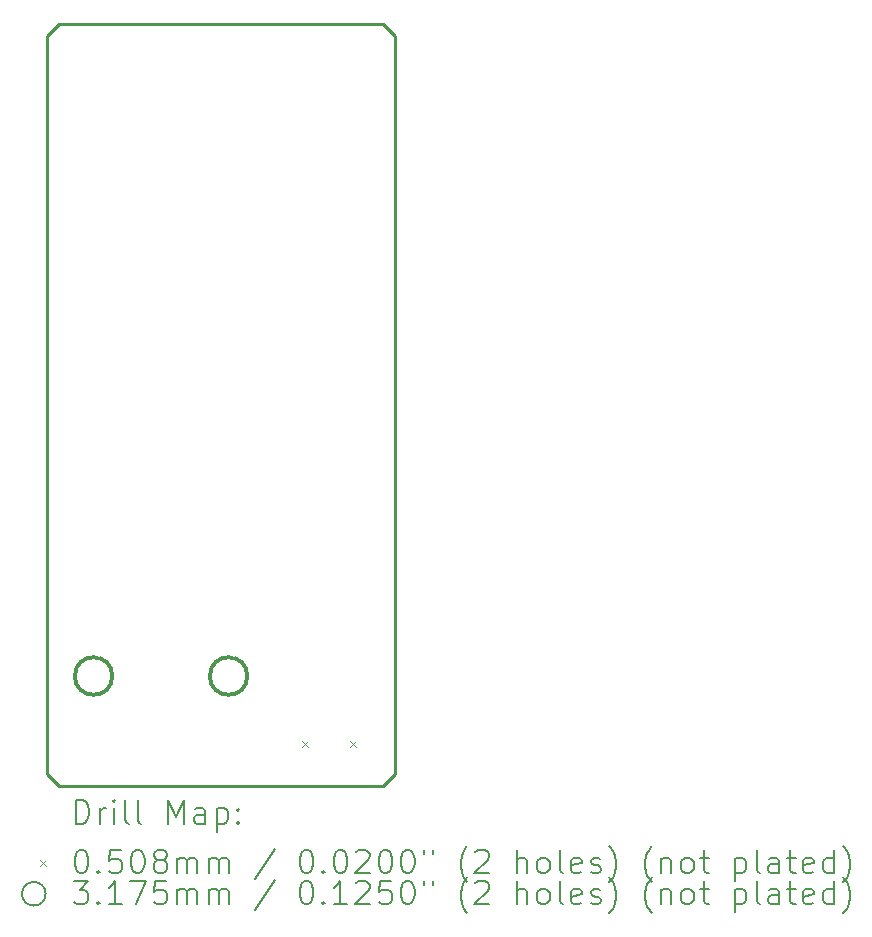
<source format=gbr>
%FSLAX45Y45*%
G04 Gerber Fmt 4.5, Leading zero omitted, Abs format (unit mm)*
G04 Created by KiCad (PCBNEW 6.0.5-a6ca702e91~116~ubuntu20.04.1) date 2024-03-03 00:05:45*
%MOMM*%
%LPD*%
G01*
G04 APERTURE LIST*
%TA.AperFunction,Profile*%
%ADD10C,0.254000*%
%TD*%
%ADD11C,0.200000*%
%ADD12C,0.050800*%
%ADD13C,0.317500*%
G04 APERTURE END LIST*
D10*
X2946400Y6350000D02*
X2844800Y6451600D01*
X0Y6350000D02*
X0Y101600D01*
X101600Y6451600D02*
X0Y6350000D01*
X101600Y0D02*
X0Y101600D01*
X2946400Y101600D02*
X2946400Y6350000D01*
X101600Y0D02*
X2844800Y0D01*
X2844800Y6451600D02*
X101600Y6451600D01*
X2844800Y0D02*
X2946400Y101600D01*
D11*
D12*
X2161540Y381000D02*
X2212340Y330200D01*
X2212340Y381000D02*
X2161540Y330200D01*
X2562860Y381000D02*
X2613660Y330200D01*
X2613660Y381000D02*
X2562860Y330200D01*
D13*
X552450Y927100D02*
G75*
G03*
X552450Y927100I-158750J0D01*
G01*
X1695450Y927100D02*
G75*
G03*
X1695450Y927100I-158750J0D01*
G01*
D11*
X244919Y-323176D02*
X244919Y-123176D01*
X292538Y-123176D01*
X321110Y-132700D01*
X340157Y-151748D01*
X349681Y-170795D01*
X359205Y-208890D01*
X359205Y-237462D01*
X349681Y-275557D01*
X340157Y-294605D01*
X321110Y-313652D01*
X292538Y-323176D01*
X244919Y-323176D01*
X444919Y-323176D02*
X444919Y-189843D01*
X444919Y-227938D02*
X454443Y-208890D01*
X463967Y-199367D01*
X483014Y-189843D01*
X502062Y-189843D01*
X568729Y-323176D02*
X568729Y-189843D01*
X568729Y-123176D02*
X559205Y-132700D01*
X568729Y-142224D01*
X578252Y-132700D01*
X568729Y-123176D01*
X568729Y-142224D01*
X692538Y-323176D02*
X673490Y-313652D01*
X663967Y-294605D01*
X663967Y-123176D01*
X797300Y-323176D02*
X778252Y-313652D01*
X768728Y-294605D01*
X768728Y-123176D01*
X1025871Y-323176D02*
X1025871Y-123176D01*
X1092538Y-266033D01*
X1159205Y-123176D01*
X1159205Y-323176D01*
X1340157Y-323176D02*
X1340157Y-218414D01*
X1330633Y-199367D01*
X1311586Y-189843D01*
X1273490Y-189843D01*
X1254443Y-199367D01*
X1340157Y-313652D02*
X1321110Y-323176D01*
X1273490Y-323176D01*
X1254443Y-313652D01*
X1244919Y-294605D01*
X1244919Y-275557D01*
X1254443Y-256509D01*
X1273490Y-246986D01*
X1321110Y-246986D01*
X1340157Y-237462D01*
X1435395Y-189843D02*
X1435395Y-389843D01*
X1435395Y-199367D02*
X1454443Y-189843D01*
X1492538Y-189843D01*
X1511586Y-199367D01*
X1521109Y-208890D01*
X1530633Y-227938D01*
X1530633Y-285081D01*
X1521109Y-304129D01*
X1511586Y-313652D01*
X1492538Y-323176D01*
X1454443Y-323176D01*
X1435395Y-313652D01*
X1616348Y-304129D02*
X1625871Y-313652D01*
X1616348Y-323176D01*
X1606824Y-313652D01*
X1616348Y-304129D01*
X1616348Y-323176D01*
X1616348Y-199367D02*
X1625871Y-208890D01*
X1616348Y-218414D01*
X1606824Y-208890D01*
X1616348Y-199367D01*
X1616348Y-218414D01*
D12*
X-63500Y-627300D02*
X-12700Y-678100D01*
X-12700Y-627300D02*
X-63500Y-678100D01*
D11*
X283014Y-543176D02*
X302062Y-543176D01*
X321110Y-552700D01*
X330633Y-562224D01*
X340157Y-581271D01*
X349681Y-619367D01*
X349681Y-666986D01*
X340157Y-705081D01*
X330633Y-724128D01*
X321110Y-733652D01*
X302062Y-743176D01*
X283014Y-743176D01*
X263967Y-733652D01*
X254443Y-724128D01*
X244919Y-705081D01*
X235395Y-666986D01*
X235395Y-619367D01*
X244919Y-581271D01*
X254443Y-562224D01*
X263967Y-552700D01*
X283014Y-543176D01*
X435395Y-724128D02*
X444919Y-733652D01*
X435395Y-743176D01*
X425871Y-733652D01*
X435395Y-724128D01*
X435395Y-743176D01*
X625871Y-543176D02*
X530633Y-543176D01*
X521109Y-638414D01*
X530633Y-628890D01*
X549681Y-619367D01*
X597300Y-619367D01*
X616348Y-628890D01*
X625871Y-638414D01*
X635395Y-657462D01*
X635395Y-705081D01*
X625871Y-724128D01*
X616348Y-733652D01*
X597300Y-743176D01*
X549681Y-743176D01*
X530633Y-733652D01*
X521109Y-724128D01*
X759205Y-543176D02*
X778252Y-543176D01*
X797300Y-552700D01*
X806824Y-562224D01*
X816348Y-581271D01*
X825871Y-619367D01*
X825871Y-666986D01*
X816348Y-705081D01*
X806824Y-724128D01*
X797300Y-733652D01*
X778252Y-743176D01*
X759205Y-743176D01*
X740157Y-733652D01*
X730633Y-724128D01*
X721109Y-705081D01*
X711586Y-666986D01*
X711586Y-619367D01*
X721109Y-581271D01*
X730633Y-562224D01*
X740157Y-552700D01*
X759205Y-543176D01*
X940157Y-628890D02*
X921109Y-619367D01*
X911586Y-609843D01*
X902062Y-590795D01*
X902062Y-581271D01*
X911586Y-562224D01*
X921109Y-552700D01*
X940157Y-543176D01*
X978252Y-543176D01*
X997300Y-552700D01*
X1006824Y-562224D01*
X1016348Y-581271D01*
X1016348Y-590795D01*
X1006824Y-609843D01*
X997300Y-619367D01*
X978252Y-628890D01*
X940157Y-628890D01*
X921109Y-638414D01*
X911586Y-647938D01*
X902062Y-666986D01*
X902062Y-705081D01*
X911586Y-724128D01*
X921109Y-733652D01*
X940157Y-743176D01*
X978252Y-743176D01*
X997300Y-733652D01*
X1006824Y-724128D01*
X1016348Y-705081D01*
X1016348Y-666986D01*
X1006824Y-647938D01*
X997300Y-638414D01*
X978252Y-628890D01*
X1102062Y-743176D02*
X1102062Y-609843D01*
X1102062Y-628890D02*
X1111586Y-619367D01*
X1130633Y-609843D01*
X1159205Y-609843D01*
X1178252Y-619367D01*
X1187776Y-638414D01*
X1187776Y-743176D01*
X1187776Y-638414D02*
X1197300Y-619367D01*
X1216348Y-609843D01*
X1244919Y-609843D01*
X1263967Y-619367D01*
X1273490Y-638414D01*
X1273490Y-743176D01*
X1368729Y-743176D02*
X1368729Y-609843D01*
X1368729Y-628890D02*
X1378252Y-619367D01*
X1397300Y-609843D01*
X1425871Y-609843D01*
X1444919Y-619367D01*
X1454443Y-638414D01*
X1454443Y-743176D01*
X1454443Y-638414D02*
X1463967Y-619367D01*
X1483014Y-609843D01*
X1511586Y-609843D01*
X1530633Y-619367D01*
X1540157Y-638414D01*
X1540157Y-743176D01*
X1930633Y-533652D02*
X1759205Y-790795D01*
X2187776Y-543176D02*
X2206824Y-543176D01*
X2225871Y-552700D01*
X2235395Y-562224D01*
X2244919Y-581271D01*
X2254443Y-619367D01*
X2254443Y-666986D01*
X2244919Y-705081D01*
X2235395Y-724128D01*
X2225871Y-733652D01*
X2206824Y-743176D01*
X2187776Y-743176D01*
X2168729Y-733652D01*
X2159205Y-724128D01*
X2149681Y-705081D01*
X2140157Y-666986D01*
X2140157Y-619367D01*
X2149681Y-581271D01*
X2159205Y-562224D01*
X2168729Y-552700D01*
X2187776Y-543176D01*
X2340157Y-724128D02*
X2349681Y-733652D01*
X2340157Y-743176D01*
X2330633Y-733652D01*
X2340157Y-724128D01*
X2340157Y-743176D01*
X2473490Y-543176D02*
X2492538Y-543176D01*
X2511586Y-552700D01*
X2521110Y-562224D01*
X2530633Y-581271D01*
X2540157Y-619367D01*
X2540157Y-666986D01*
X2530633Y-705081D01*
X2521110Y-724128D01*
X2511586Y-733652D01*
X2492538Y-743176D01*
X2473490Y-743176D01*
X2454443Y-733652D01*
X2444919Y-724128D01*
X2435395Y-705081D01*
X2425871Y-666986D01*
X2425871Y-619367D01*
X2435395Y-581271D01*
X2444919Y-562224D01*
X2454443Y-552700D01*
X2473490Y-543176D01*
X2616348Y-562224D02*
X2625871Y-552700D01*
X2644919Y-543176D01*
X2692538Y-543176D01*
X2711586Y-552700D01*
X2721110Y-562224D01*
X2730633Y-581271D01*
X2730633Y-600319D01*
X2721110Y-628890D01*
X2606824Y-743176D01*
X2730633Y-743176D01*
X2854443Y-543176D02*
X2873490Y-543176D01*
X2892538Y-552700D01*
X2902062Y-562224D01*
X2911586Y-581271D01*
X2921109Y-619367D01*
X2921109Y-666986D01*
X2911586Y-705081D01*
X2902062Y-724128D01*
X2892538Y-733652D01*
X2873490Y-743176D01*
X2854443Y-743176D01*
X2835395Y-733652D01*
X2825871Y-724128D01*
X2816348Y-705081D01*
X2806824Y-666986D01*
X2806824Y-619367D01*
X2816348Y-581271D01*
X2825871Y-562224D01*
X2835395Y-552700D01*
X2854443Y-543176D01*
X3044919Y-543176D02*
X3063967Y-543176D01*
X3083014Y-552700D01*
X3092538Y-562224D01*
X3102062Y-581271D01*
X3111586Y-619367D01*
X3111586Y-666986D01*
X3102062Y-705081D01*
X3092538Y-724128D01*
X3083014Y-733652D01*
X3063967Y-743176D01*
X3044919Y-743176D01*
X3025871Y-733652D01*
X3016348Y-724128D01*
X3006824Y-705081D01*
X2997300Y-666986D01*
X2997300Y-619367D01*
X3006824Y-581271D01*
X3016348Y-562224D01*
X3025871Y-552700D01*
X3044919Y-543176D01*
X3187776Y-543176D02*
X3187776Y-581271D01*
X3263967Y-543176D02*
X3263967Y-581271D01*
X3559205Y-819367D02*
X3549681Y-809843D01*
X3530633Y-781271D01*
X3521109Y-762224D01*
X3511586Y-733652D01*
X3502062Y-686033D01*
X3502062Y-647938D01*
X3511586Y-600319D01*
X3521109Y-571748D01*
X3530633Y-552700D01*
X3549681Y-524128D01*
X3559205Y-514605D01*
X3625871Y-562224D02*
X3635395Y-552700D01*
X3654443Y-543176D01*
X3702062Y-543176D01*
X3721109Y-552700D01*
X3730633Y-562224D01*
X3740157Y-581271D01*
X3740157Y-600319D01*
X3730633Y-628890D01*
X3616348Y-743176D01*
X3740157Y-743176D01*
X3978252Y-743176D02*
X3978252Y-543176D01*
X4063967Y-743176D02*
X4063967Y-638414D01*
X4054443Y-619367D01*
X4035395Y-609843D01*
X4006824Y-609843D01*
X3987776Y-619367D01*
X3978252Y-628890D01*
X4187776Y-743176D02*
X4168728Y-733652D01*
X4159205Y-724128D01*
X4149681Y-705081D01*
X4149681Y-647938D01*
X4159205Y-628890D01*
X4168728Y-619367D01*
X4187776Y-609843D01*
X4216348Y-609843D01*
X4235395Y-619367D01*
X4244919Y-628890D01*
X4254443Y-647938D01*
X4254443Y-705081D01*
X4244919Y-724128D01*
X4235395Y-733652D01*
X4216348Y-743176D01*
X4187776Y-743176D01*
X4368729Y-743176D02*
X4349681Y-733652D01*
X4340157Y-714605D01*
X4340157Y-543176D01*
X4521110Y-733652D02*
X4502062Y-743176D01*
X4463967Y-743176D01*
X4444919Y-733652D01*
X4435395Y-714605D01*
X4435395Y-638414D01*
X4444919Y-619367D01*
X4463967Y-609843D01*
X4502062Y-609843D01*
X4521110Y-619367D01*
X4530633Y-638414D01*
X4530633Y-657462D01*
X4435395Y-676510D01*
X4606824Y-733652D02*
X4625871Y-743176D01*
X4663967Y-743176D01*
X4683014Y-733652D01*
X4692538Y-714605D01*
X4692538Y-705081D01*
X4683014Y-686033D01*
X4663967Y-676510D01*
X4635395Y-676510D01*
X4616348Y-666986D01*
X4606824Y-647938D01*
X4606824Y-638414D01*
X4616348Y-619367D01*
X4635395Y-609843D01*
X4663967Y-609843D01*
X4683014Y-619367D01*
X4759205Y-819367D02*
X4768729Y-809843D01*
X4787776Y-781271D01*
X4797300Y-762224D01*
X4806824Y-733652D01*
X4816348Y-686033D01*
X4816348Y-647938D01*
X4806824Y-600319D01*
X4797300Y-571748D01*
X4787776Y-552700D01*
X4768729Y-524128D01*
X4759205Y-514605D01*
X5121110Y-819367D02*
X5111586Y-809843D01*
X5092538Y-781271D01*
X5083014Y-762224D01*
X5073490Y-733652D01*
X5063967Y-686033D01*
X5063967Y-647938D01*
X5073490Y-600319D01*
X5083014Y-571748D01*
X5092538Y-552700D01*
X5111586Y-524128D01*
X5121110Y-514605D01*
X5197300Y-609843D02*
X5197300Y-743176D01*
X5197300Y-628890D02*
X5206824Y-619367D01*
X5225871Y-609843D01*
X5254443Y-609843D01*
X5273490Y-619367D01*
X5283014Y-638414D01*
X5283014Y-743176D01*
X5406824Y-743176D02*
X5387776Y-733652D01*
X5378252Y-724128D01*
X5368729Y-705081D01*
X5368729Y-647938D01*
X5378252Y-628890D01*
X5387776Y-619367D01*
X5406824Y-609843D01*
X5435395Y-609843D01*
X5454443Y-619367D01*
X5463967Y-628890D01*
X5473490Y-647938D01*
X5473490Y-705081D01*
X5463967Y-724128D01*
X5454443Y-733652D01*
X5435395Y-743176D01*
X5406824Y-743176D01*
X5530633Y-609843D02*
X5606824Y-609843D01*
X5559205Y-543176D02*
X5559205Y-714605D01*
X5568729Y-733652D01*
X5587776Y-743176D01*
X5606824Y-743176D01*
X5825871Y-609843D02*
X5825871Y-809843D01*
X5825871Y-619367D02*
X5844919Y-609843D01*
X5883014Y-609843D01*
X5902062Y-619367D01*
X5911586Y-628890D01*
X5921109Y-647938D01*
X5921109Y-705081D01*
X5911586Y-724128D01*
X5902062Y-733652D01*
X5883014Y-743176D01*
X5844919Y-743176D01*
X5825871Y-733652D01*
X6035395Y-743176D02*
X6016348Y-733652D01*
X6006824Y-714605D01*
X6006824Y-543176D01*
X6197300Y-743176D02*
X6197300Y-638414D01*
X6187776Y-619367D01*
X6168728Y-609843D01*
X6130633Y-609843D01*
X6111586Y-619367D01*
X6197300Y-733652D02*
X6178252Y-743176D01*
X6130633Y-743176D01*
X6111586Y-733652D01*
X6102062Y-714605D01*
X6102062Y-695557D01*
X6111586Y-676510D01*
X6130633Y-666986D01*
X6178252Y-666986D01*
X6197300Y-657462D01*
X6263967Y-609843D02*
X6340157Y-609843D01*
X6292538Y-543176D02*
X6292538Y-714605D01*
X6302062Y-733652D01*
X6321109Y-743176D01*
X6340157Y-743176D01*
X6483014Y-733652D02*
X6463967Y-743176D01*
X6425871Y-743176D01*
X6406824Y-733652D01*
X6397300Y-714605D01*
X6397300Y-638414D01*
X6406824Y-619367D01*
X6425871Y-609843D01*
X6463967Y-609843D01*
X6483014Y-619367D01*
X6492538Y-638414D01*
X6492538Y-657462D01*
X6397300Y-676510D01*
X6663967Y-743176D02*
X6663967Y-543176D01*
X6663967Y-733652D02*
X6644919Y-743176D01*
X6606824Y-743176D01*
X6587776Y-733652D01*
X6578252Y-724128D01*
X6568728Y-705081D01*
X6568728Y-647938D01*
X6578252Y-628890D01*
X6587776Y-619367D01*
X6606824Y-609843D01*
X6644919Y-609843D01*
X6663967Y-619367D01*
X6740157Y-819367D02*
X6749681Y-809843D01*
X6768728Y-781271D01*
X6778252Y-762224D01*
X6787776Y-733652D01*
X6797300Y-686033D01*
X6797300Y-647938D01*
X6787776Y-600319D01*
X6778252Y-571748D01*
X6768728Y-552700D01*
X6749681Y-524128D01*
X6740157Y-514605D01*
X-12700Y-916700D02*
G75*
G03*
X-12700Y-916700I-100000J0D01*
G01*
X225871Y-807176D02*
X349681Y-807176D01*
X283014Y-883367D01*
X311586Y-883367D01*
X330633Y-892890D01*
X340157Y-902414D01*
X349681Y-921462D01*
X349681Y-969081D01*
X340157Y-988128D01*
X330633Y-997652D01*
X311586Y-1007176D01*
X254443Y-1007176D01*
X235395Y-997652D01*
X225871Y-988128D01*
X435395Y-988128D02*
X444919Y-997652D01*
X435395Y-1007176D01*
X425871Y-997652D01*
X435395Y-988128D01*
X435395Y-1007176D01*
X635395Y-1007176D02*
X521109Y-1007176D01*
X578252Y-1007176D02*
X578252Y-807176D01*
X559205Y-835748D01*
X540157Y-854795D01*
X521109Y-864319D01*
X702062Y-807176D02*
X835395Y-807176D01*
X749681Y-1007176D01*
X1006824Y-807176D02*
X911586Y-807176D01*
X902062Y-902414D01*
X911586Y-892890D01*
X930633Y-883367D01*
X978252Y-883367D01*
X997300Y-892890D01*
X1006824Y-902414D01*
X1016348Y-921462D01*
X1016348Y-969081D01*
X1006824Y-988128D01*
X997300Y-997652D01*
X978252Y-1007176D01*
X930633Y-1007176D01*
X911586Y-997652D01*
X902062Y-988128D01*
X1102062Y-1007176D02*
X1102062Y-873843D01*
X1102062Y-892890D02*
X1111586Y-883367D01*
X1130633Y-873843D01*
X1159205Y-873843D01*
X1178252Y-883367D01*
X1187776Y-902414D01*
X1187776Y-1007176D01*
X1187776Y-902414D02*
X1197300Y-883367D01*
X1216348Y-873843D01*
X1244919Y-873843D01*
X1263967Y-883367D01*
X1273490Y-902414D01*
X1273490Y-1007176D01*
X1368729Y-1007176D02*
X1368729Y-873843D01*
X1368729Y-892890D02*
X1378252Y-883367D01*
X1397300Y-873843D01*
X1425871Y-873843D01*
X1444919Y-883367D01*
X1454443Y-902414D01*
X1454443Y-1007176D01*
X1454443Y-902414D02*
X1463967Y-883367D01*
X1483014Y-873843D01*
X1511586Y-873843D01*
X1530633Y-883367D01*
X1540157Y-902414D01*
X1540157Y-1007176D01*
X1930633Y-797652D02*
X1759205Y-1054795D01*
X2187776Y-807176D02*
X2206824Y-807176D01*
X2225871Y-816700D01*
X2235395Y-826224D01*
X2244919Y-845271D01*
X2254443Y-883367D01*
X2254443Y-930986D01*
X2244919Y-969081D01*
X2235395Y-988128D01*
X2225871Y-997652D01*
X2206824Y-1007176D01*
X2187776Y-1007176D01*
X2168729Y-997652D01*
X2159205Y-988128D01*
X2149681Y-969081D01*
X2140157Y-930986D01*
X2140157Y-883367D01*
X2149681Y-845271D01*
X2159205Y-826224D01*
X2168729Y-816700D01*
X2187776Y-807176D01*
X2340157Y-988128D02*
X2349681Y-997652D01*
X2340157Y-1007176D01*
X2330633Y-997652D01*
X2340157Y-988128D01*
X2340157Y-1007176D01*
X2540157Y-1007176D02*
X2425871Y-1007176D01*
X2483014Y-1007176D02*
X2483014Y-807176D01*
X2463967Y-835748D01*
X2444919Y-854795D01*
X2425871Y-864319D01*
X2616348Y-826224D02*
X2625871Y-816700D01*
X2644919Y-807176D01*
X2692538Y-807176D01*
X2711586Y-816700D01*
X2721110Y-826224D01*
X2730633Y-845271D01*
X2730633Y-864319D01*
X2721110Y-892890D01*
X2606824Y-1007176D01*
X2730633Y-1007176D01*
X2911586Y-807176D02*
X2816348Y-807176D01*
X2806824Y-902414D01*
X2816348Y-892890D01*
X2835395Y-883367D01*
X2883014Y-883367D01*
X2902062Y-892890D01*
X2911586Y-902414D01*
X2921109Y-921462D01*
X2921109Y-969081D01*
X2911586Y-988128D01*
X2902062Y-997652D01*
X2883014Y-1007176D01*
X2835395Y-1007176D01*
X2816348Y-997652D01*
X2806824Y-988128D01*
X3044919Y-807176D02*
X3063967Y-807176D01*
X3083014Y-816700D01*
X3092538Y-826224D01*
X3102062Y-845271D01*
X3111586Y-883367D01*
X3111586Y-930986D01*
X3102062Y-969081D01*
X3092538Y-988128D01*
X3083014Y-997652D01*
X3063967Y-1007176D01*
X3044919Y-1007176D01*
X3025871Y-997652D01*
X3016348Y-988128D01*
X3006824Y-969081D01*
X2997300Y-930986D01*
X2997300Y-883367D01*
X3006824Y-845271D01*
X3016348Y-826224D01*
X3025871Y-816700D01*
X3044919Y-807176D01*
X3187776Y-807176D02*
X3187776Y-845271D01*
X3263967Y-807176D02*
X3263967Y-845271D01*
X3559205Y-1083367D02*
X3549681Y-1073843D01*
X3530633Y-1045271D01*
X3521109Y-1026224D01*
X3511586Y-997652D01*
X3502062Y-950033D01*
X3502062Y-911938D01*
X3511586Y-864319D01*
X3521109Y-835748D01*
X3530633Y-816700D01*
X3549681Y-788128D01*
X3559205Y-778605D01*
X3625871Y-826224D02*
X3635395Y-816700D01*
X3654443Y-807176D01*
X3702062Y-807176D01*
X3721109Y-816700D01*
X3730633Y-826224D01*
X3740157Y-845271D01*
X3740157Y-864319D01*
X3730633Y-892890D01*
X3616348Y-1007176D01*
X3740157Y-1007176D01*
X3978252Y-1007176D02*
X3978252Y-807176D01*
X4063967Y-1007176D02*
X4063967Y-902414D01*
X4054443Y-883367D01*
X4035395Y-873843D01*
X4006824Y-873843D01*
X3987776Y-883367D01*
X3978252Y-892890D01*
X4187776Y-1007176D02*
X4168728Y-997652D01*
X4159205Y-988128D01*
X4149681Y-969081D01*
X4149681Y-911938D01*
X4159205Y-892890D01*
X4168728Y-883367D01*
X4187776Y-873843D01*
X4216348Y-873843D01*
X4235395Y-883367D01*
X4244919Y-892890D01*
X4254443Y-911938D01*
X4254443Y-969081D01*
X4244919Y-988128D01*
X4235395Y-997652D01*
X4216348Y-1007176D01*
X4187776Y-1007176D01*
X4368729Y-1007176D02*
X4349681Y-997652D01*
X4340157Y-978605D01*
X4340157Y-807176D01*
X4521110Y-997652D02*
X4502062Y-1007176D01*
X4463967Y-1007176D01*
X4444919Y-997652D01*
X4435395Y-978605D01*
X4435395Y-902414D01*
X4444919Y-883367D01*
X4463967Y-873843D01*
X4502062Y-873843D01*
X4521110Y-883367D01*
X4530633Y-902414D01*
X4530633Y-921462D01*
X4435395Y-940509D01*
X4606824Y-997652D02*
X4625871Y-1007176D01*
X4663967Y-1007176D01*
X4683014Y-997652D01*
X4692538Y-978605D01*
X4692538Y-969081D01*
X4683014Y-950033D01*
X4663967Y-940509D01*
X4635395Y-940509D01*
X4616348Y-930986D01*
X4606824Y-911938D01*
X4606824Y-902414D01*
X4616348Y-883367D01*
X4635395Y-873843D01*
X4663967Y-873843D01*
X4683014Y-883367D01*
X4759205Y-1083367D02*
X4768729Y-1073843D01*
X4787776Y-1045271D01*
X4797300Y-1026224D01*
X4806824Y-997652D01*
X4816348Y-950033D01*
X4816348Y-911938D01*
X4806824Y-864319D01*
X4797300Y-835748D01*
X4787776Y-816700D01*
X4768729Y-788128D01*
X4759205Y-778605D01*
X5121110Y-1083367D02*
X5111586Y-1073843D01*
X5092538Y-1045271D01*
X5083014Y-1026224D01*
X5073490Y-997652D01*
X5063967Y-950033D01*
X5063967Y-911938D01*
X5073490Y-864319D01*
X5083014Y-835748D01*
X5092538Y-816700D01*
X5111586Y-788128D01*
X5121110Y-778605D01*
X5197300Y-873843D02*
X5197300Y-1007176D01*
X5197300Y-892890D02*
X5206824Y-883367D01*
X5225871Y-873843D01*
X5254443Y-873843D01*
X5273490Y-883367D01*
X5283014Y-902414D01*
X5283014Y-1007176D01*
X5406824Y-1007176D02*
X5387776Y-997652D01*
X5378252Y-988128D01*
X5368729Y-969081D01*
X5368729Y-911938D01*
X5378252Y-892890D01*
X5387776Y-883367D01*
X5406824Y-873843D01*
X5435395Y-873843D01*
X5454443Y-883367D01*
X5463967Y-892890D01*
X5473490Y-911938D01*
X5473490Y-969081D01*
X5463967Y-988128D01*
X5454443Y-997652D01*
X5435395Y-1007176D01*
X5406824Y-1007176D01*
X5530633Y-873843D02*
X5606824Y-873843D01*
X5559205Y-807176D02*
X5559205Y-978605D01*
X5568729Y-997652D01*
X5587776Y-1007176D01*
X5606824Y-1007176D01*
X5825871Y-873843D02*
X5825871Y-1073843D01*
X5825871Y-883367D02*
X5844919Y-873843D01*
X5883014Y-873843D01*
X5902062Y-883367D01*
X5911586Y-892890D01*
X5921109Y-911938D01*
X5921109Y-969081D01*
X5911586Y-988128D01*
X5902062Y-997652D01*
X5883014Y-1007176D01*
X5844919Y-1007176D01*
X5825871Y-997652D01*
X6035395Y-1007176D02*
X6016348Y-997652D01*
X6006824Y-978605D01*
X6006824Y-807176D01*
X6197300Y-1007176D02*
X6197300Y-902414D01*
X6187776Y-883367D01*
X6168728Y-873843D01*
X6130633Y-873843D01*
X6111586Y-883367D01*
X6197300Y-997652D02*
X6178252Y-1007176D01*
X6130633Y-1007176D01*
X6111586Y-997652D01*
X6102062Y-978605D01*
X6102062Y-959557D01*
X6111586Y-940509D01*
X6130633Y-930986D01*
X6178252Y-930986D01*
X6197300Y-921462D01*
X6263967Y-873843D02*
X6340157Y-873843D01*
X6292538Y-807176D02*
X6292538Y-978605D01*
X6302062Y-997652D01*
X6321109Y-1007176D01*
X6340157Y-1007176D01*
X6483014Y-997652D02*
X6463967Y-1007176D01*
X6425871Y-1007176D01*
X6406824Y-997652D01*
X6397300Y-978605D01*
X6397300Y-902414D01*
X6406824Y-883367D01*
X6425871Y-873843D01*
X6463967Y-873843D01*
X6483014Y-883367D01*
X6492538Y-902414D01*
X6492538Y-921462D01*
X6397300Y-940509D01*
X6663967Y-1007176D02*
X6663967Y-807176D01*
X6663967Y-997652D02*
X6644919Y-1007176D01*
X6606824Y-1007176D01*
X6587776Y-997652D01*
X6578252Y-988128D01*
X6568728Y-969081D01*
X6568728Y-911938D01*
X6578252Y-892890D01*
X6587776Y-883367D01*
X6606824Y-873843D01*
X6644919Y-873843D01*
X6663967Y-883367D01*
X6740157Y-1083367D02*
X6749681Y-1073843D01*
X6768728Y-1045271D01*
X6778252Y-1026224D01*
X6787776Y-997652D01*
X6797300Y-950033D01*
X6797300Y-911938D01*
X6787776Y-864319D01*
X6778252Y-835748D01*
X6768728Y-816700D01*
X6749681Y-788128D01*
X6740157Y-778605D01*
M02*

</source>
